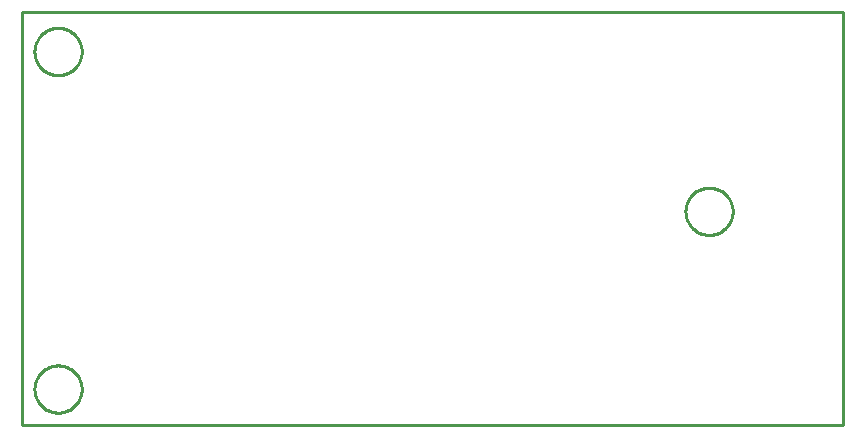
<source format=gbr>
G04 EAGLE Gerber RS-274X export*
G75*
%MOMM*%
%FSLAX34Y34*%
%LPD*%
%IN*%
%IPPOS*%
%AMOC8*
5,1,8,0,0,1.08239X$1,22.5*%
G01*
%ADD10C,0.254000*%


D10*
X1270Y635D02*
X696400Y635D01*
X696400Y350400D01*
X1270Y350400D01*
X1270Y635D01*
X51750Y316261D02*
X51677Y315054D01*
X51531Y313854D01*
X51313Y312665D01*
X51024Y311492D01*
X50665Y310338D01*
X50236Y309208D01*
X49740Y308106D01*
X49178Y307035D01*
X48553Y306001D01*
X47866Y305006D01*
X47121Y304055D01*
X46319Y303150D01*
X45465Y302296D01*
X44560Y301494D01*
X43609Y300749D01*
X42614Y300062D01*
X41580Y299437D01*
X40509Y298875D01*
X39407Y298379D01*
X38277Y297950D01*
X37123Y297591D01*
X35950Y297302D01*
X34761Y297084D01*
X33561Y296938D01*
X32354Y296865D01*
X31146Y296865D01*
X29939Y296938D01*
X28739Y297084D01*
X27550Y297302D01*
X26377Y297591D01*
X25223Y297950D01*
X24093Y298379D01*
X22991Y298875D01*
X21920Y299437D01*
X20886Y300062D01*
X19891Y300749D01*
X18940Y301494D01*
X18035Y302296D01*
X17181Y303150D01*
X16379Y304055D01*
X15634Y305006D01*
X14947Y306001D01*
X14322Y307035D01*
X13760Y308106D01*
X13264Y309208D01*
X12835Y310338D01*
X12476Y311492D01*
X12187Y312665D01*
X11969Y313854D01*
X11823Y315054D01*
X11750Y316261D01*
X11750Y317469D01*
X11823Y318676D01*
X11969Y319876D01*
X12187Y321065D01*
X12476Y322238D01*
X12835Y323392D01*
X13264Y324522D01*
X13760Y325624D01*
X14322Y326695D01*
X14947Y327729D01*
X15634Y328724D01*
X16379Y329675D01*
X17181Y330580D01*
X18035Y331434D01*
X18940Y332236D01*
X19891Y332981D01*
X20886Y333668D01*
X21920Y334293D01*
X22991Y334855D01*
X24093Y335351D01*
X25223Y335780D01*
X26377Y336139D01*
X27550Y336428D01*
X28739Y336646D01*
X29939Y336792D01*
X31146Y336865D01*
X32354Y336865D01*
X33561Y336792D01*
X34761Y336646D01*
X35950Y336428D01*
X37123Y336139D01*
X38277Y335780D01*
X39407Y335351D01*
X40509Y334855D01*
X41580Y334293D01*
X42614Y333668D01*
X43609Y332981D01*
X44560Y332236D01*
X45465Y331434D01*
X46319Y330580D01*
X47121Y329675D01*
X47866Y328724D01*
X48553Y327729D01*
X49178Y326695D01*
X49740Y325624D01*
X50236Y324522D01*
X50665Y323392D01*
X51024Y322238D01*
X51313Y321065D01*
X51531Y319876D01*
X51677Y318676D01*
X51750Y317469D01*
X51750Y316261D01*
X602930Y181006D02*
X602857Y179799D01*
X602711Y178599D01*
X602493Y177410D01*
X602204Y176237D01*
X601845Y175083D01*
X601416Y173953D01*
X600920Y172851D01*
X600358Y171780D01*
X599733Y170746D01*
X599046Y169751D01*
X598301Y168800D01*
X597499Y167895D01*
X596645Y167041D01*
X595740Y166239D01*
X594789Y165494D01*
X593794Y164807D01*
X592760Y164182D01*
X591689Y163620D01*
X590587Y163124D01*
X589457Y162695D01*
X588303Y162336D01*
X587130Y162047D01*
X585941Y161829D01*
X584741Y161683D01*
X583534Y161610D01*
X582326Y161610D01*
X581119Y161683D01*
X579919Y161829D01*
X578730Y162047D01*
X577557Y162336D01*
X576403Y162695D01*
X575273Y163124D01*
X574171Y163620D01*
X573100Y164182D01*
X572066Y164807D01*
X571071Y165494D01*
X570120Y166239D01*
X569215Y167041D01*
X568361Y167895D01*
X567559Y168800D01*
X566814Y169751D01*
X566127Y170746D01*
X565502Y171780D01*
X564940Y172851D01*
X564444Y173953D01*
X564015Y175083D01*
X563656Y176237D01*
X563367Y177410D01*
X563149Y178599D01*
X563003Y179799D01*
X562930Y181006D01*
X562930Y182214D01*
X563003Y183421D01*
X563149Y184621D01*
X563367Y185810D01*
X563656Y186983D01*
X564015Y188137D01*
X564444Y189267D01*
X564940Y190369D01*
X565502Y191440D01*
X566127Y192474D01*
X566814Y193469D01*
X567559Y194420D01*
X568361Y195325D01*
X569215Y196179D01*
X570120Y196981D01*
X571071Y197726D01*
X572066Y198413D01*
X573100Y199038D01*
X574171Y199600D01*
X575273Y200096D01*
X576403Y200525D01*
X577557Y200884D01*
X578730Y201173D01*
X579919Y201391D01*
X581119Y201537D01*
X582326Y201610D01*
X583534Y201610D01*
X584741Y201537D01*
X585941Y201391D01*
X587130Y201173D01*
X588303Y200884D01*
X589457Y200525D01*
X590587Y200096D01*
X591689Y199600D01*
X592760Y199038D01*
X593794Y198413D01*
X594789Y197726D01*
X595740Y196981D01*
X596645Y196179D01*
X597499Y195325D01*
X598301Y194420D01*
X599046Y193469D01*
X599733Y192474D01*
X600358Y191440D01*
X600920Y190369D01*
X601416Y189267D01*
X601845Y188137D01*
X602204Y186983D01*
X602493Y185810D01*
X602711Y184621D01*
X602857Y183421D01*
X602930Y182214D01*
X602930Y181006D01*
X51750Y30506D02*
X51677Y29299D01*
X51531Y28099D01*
X51313Y26910D01*
X51024Y25737D01*
X50665Y24583D01*
X50236Y23453D01*
X49740Y22351D01*
X49178Y21280D01*
X48553Y20246D01*
X47866Y19251D01*
X47121Y18300D01*
X46319Y17395D01*
X45465Y16541D01*
X44560Y15739D01*
X43609Y14994D01*
X42614Y14307D01*
X41580Y13682D01*
X40509Y13120D01*
X39407Y12624D01*
X38277Y12195D01*
X37123Y11836D01*
X35950Y11547D01*
X34761Y11329D01*
X33561Y11183D01*
X32354Y11110D01*
X31146Y11110D01*
X29939Y11183D01*
X28739Y11329D01*
X27550Y11547D01*
X26377Y11836D01*
X25223Y12195D01*
X24093Y12624D01*
X22991Y13120D01*
X21920Y13682D01*
X20886Y14307D01*
X19891Y14994D01*
X18940Y15739D01*
X18035Y16541D01*
X17181Y17395D01*
X16379Y18300D01*
X15634Y19251D01*
X14947Y20246D01*
X14322Y21280D01*
X13760Y22351D01*
X13264Y23453D01*
X12835Y24583D01*
X12476Y25737D01*
X12187Y26910D01*
X11969Y28099D01*
X11823Y29299D01*
X11750Y30506D01*
X11750Y31714D01*
X11823Y32921D01*
X11969Y34121D01*
X12187Y35310D01*
X12476Y36483D01*
X12835Y37637D01*
X13264Y38767D01*
X13760Y39869D01*
X14322Y40940D01*
X14947Y41974D01*
X15634Y42969D01*
X16379Y43920D01*
X17181Y44825D01*
X18035Y45679D01*
X18940Y46481D01*
X19891Y47226D01*
X20886Y47913D01*
X21920Y48538D01*
X22991Y49100D01*
X24093Y49596D01*
X25223Y50025D01*
X26377Y50384D01*
X27550Y50673D01*
X28739Y50891D01*
X29939Y51037D01*
X31146Y51110D01*
X32354Y51110D01*
X33561Y51037D01*
X34761Y50891D01*
X35950Y50673D01*
X37123Y50384D01*
X38277Y50025D01*
X39407Y49596D01*
X40509Y49100D01*
X41580Y48538D01*
X42614Y47913D01*
X43609Y47226D01*
X44560Y46481D01*
X45465Y45679D01*
X46319Y44825D01*
X47121Y43920D01*
X47866Y42969D01*
X48553Y41974D01*
X49178Y40940D01*
X49740Y39869D01*
X50236Y38767D01*
X50665Y37637D01*
X51024Y36483D01*
X51313Y35310D01*
X51531Y34121D01*
X51677Y32921D01*
X51750Y31714D01*
X51750Y30506D01*
M02*

</source>
